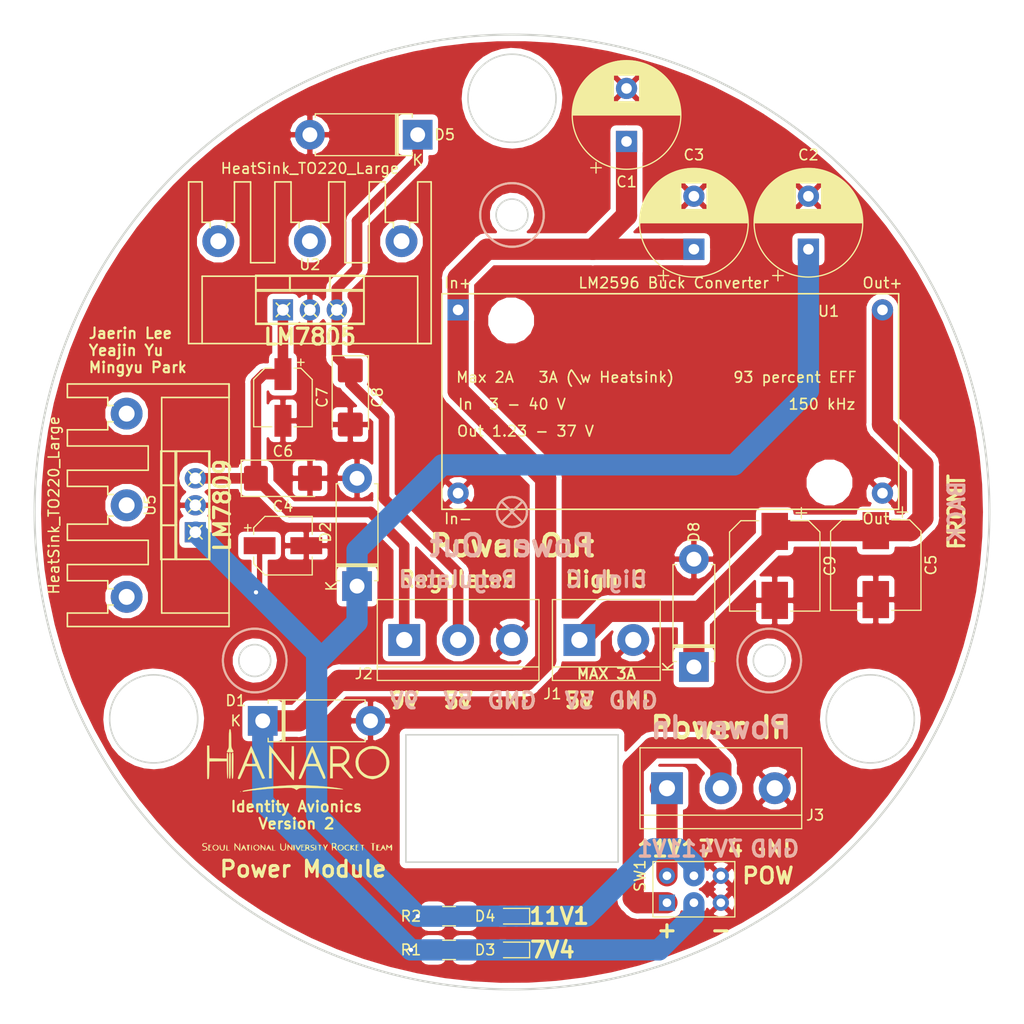
<source format=kicad_pcb>
(kicad_pcb (version 20171130) (host pcbnew "(5.0.0)")
  (layers (0 F.Cu signal) (31 B.Cu signal) (34 B.Paste user) (35 F.Paste user) (36 B.SilkS user) (37 F.SilkS user) (38 B.Mask user) (39 F.Mask user) (44 Edge.Cuts user))
  (net 0 "")
  (net 1 "Net-(C1-Pad1)")
  (net 2 GND)
  (net 3 "Net-(D3-Pad2)")
  (net 4 VDD)
  (net 5 VSS)
  (net 6 /V9out)
  (net 7 "Net-(C2-Pad1)")
  (net 8 /RASP_POW)
  (net 9 /ARD_POW)
  (net 10 "Net-(D4-Pad2)")
  (module Button_Switch_THT:SW_NKK_G1xJP (layer F.Cu) (at 14.605 36.83 90)
    (fp_text reference SW1 (at 2.54 -2.54 90) (layer F.SilkS))
    (fp_text value SW_DPDT_x2)
    (pad 1 thru_hole rect (at 0 0 90) (size 1.524 1.524) (drill 0.8128) (layers *.Cu *.Mask) (net 4 VDD))
    (pad 2 thru_hole circle (at 0 2.54 90) (size 1.524 1.524) (drill 0.8128) (layers *.Cu *.Mask) (net 1 "Net-(C1-Pad1)"))
    (pad 3 thru_hole circle (at 0 5.08 90) (size 1.524 1.524) (drill 0.8128) (layers *.Cu *.Mask) (net 2 GND))
    (pad 4 thru_hole circle (at 2.54 5.08 90) (size 1.524 1.524) (drill 0.8128) (layers *.Cu *.Mask) (net 2 GND))
    (pad 5 thru_hole circle (at 2.54 2.54 90) (size 1.524 1.524) (drill 0.8128) (layers *.Cu *.Mask) (net 7 "Net-(C2-Pad1)"))
    (pad 6 thru_hole circle (at 2.54 0 90) (size 1.524 1.524) (drill 0.8128) (layers *.Cu *.Mask) (net 5 VSS))
  )
  (module Hanaro:Heatsink.TO220.Large (layer F.Cu) (at -33.02 -0.635 90)
    (fp_text reference REF** hide)
    (fp_text value Heatsink.TO220.Large)
    (fp_text user HeatSink_TO220_Large (at 0 -10.16 90) (layer F.SilkS))
    (pad "" thru_hole circle (at 8.636 -3.302 90) (size 3 3) (drill 1.5) (layers *.Cu *.Mask))
    (pad "" thru_hole circle (at 0 -3.302 90) (size 3 3) (drill 1.5) (layers *.Cu *.Mask))
    (pad "" thru_hole circle (at -8.636 -3.302 90) (size 3 3) (drill 1.5) (layers *.Cu *.Mask))
  )
  (module Capacitor_THT:CP_Radial_D10.0mm_P5.00mm (layer F.Cu) (at 10.795 -34.925 90)
    (fp_text reference C1 (at -3.81 0 180) (layer F.SilkS))
    (fp_text value CP1)
    (pad 2 thru_hole circle (at 5 0 90) (size 2 2) (drill 1) (layers *.Cu *.Mask) (net 2 GND))
    (pad 1 thru_hole rect (at 0 0 90) (size 2 2) (drill 1) (layers *.Cu *.Mask) (net 1 "Net-(C1-Pad1)"))
  )
  (module Capacitor_THT:CP_Radial_D10.0mm_P5.00mm (layer F.Cu) (at 27.94 -24.765 90)
    (fp_text reference C2 (at 8.89 0 180) (layer F.SilkS))
    (fp_text value CP1)
    (pad 1 thru_hole rect (at 0 0 90) (size 2 2) (drill 1) (layers *.Cu *.Mask) (net 7 "Net-(C2-Pad1)"))
    (pad 2 thru_hole circle (at 5 0 90) (size 2 2) (drill 1) (layers *.Cu *.Mask) (net 2 GND))
  )
  (module Capacitor_THT:CP_Radial_D10.0mm_P5.00mm (layer F.Cu) (at 17.145 -24.765 90)
    (fp_text reference C3 (at 8.89 0 180) (layer F.SilkS))
    (fp_text value CP1)
    (pad 1 thru_hole rect (at 0 0 90) (size 2 2) (drill 1) (layers *.Cu *.Mask) (net 1 "Net-(C1-Pad1)"))
    (pad 2 thru_hole circle (at 5 0 90) (size 2 2) (drill 1) (layers *.Cu *.Mask) (net 2 GND))
  )
  (module Capacitor_SMD:CP_Elec_5x5.3 (layer F.Cu) (at -21.59 3.175)
    (fp_text reference C4 (at 0 -3.7) (layer F.SilkS))
    (fp_text value CP1)
    (pad 2 smd rect (at 2.2 0) (size 3 1.6) (layers F.Cu F.Paste F.Mask) (net 2 GND))
    (pad 1 smd rect (at -2.2 0) (size 3 1.6) (layers F.Cu F.Paste F.Mask) (net 7 "Net-(C2-Pad1)"))
  )
  (module Capacitor_SMD:CP_Elec_8x10 (layer F.Cu) (at 34.29 5.005 270)
    (fp_text reference C5 (at 0 -5.2 270) (layer F.SilkS))
    (fp_text value CP1)
    (pad 1 smd rect (at -3.25 0 270) (size 3.5 2.5) (layers F.Cu F.Paste F.Mask) (net 8 /RASP_POW))
    (pad 2 smd rect (at 3.25 0 270) (size 3.5 2.5) (layers F.Cu F.Paste F.Mask) (net 2 GND))
  )
  (module Capacitor_Tantalum_SMD:CP_EIA-6032-20_AVX-F_Pad2.25x2.35mm_HandSolder (layer F.Cu) (at -21.59 -3.175)
    (fp_text reference C6 (at 0 -2.55) (layer F.SilkS))
    (fp_text value CP1)
    (pad 2 smd roundrect (at 2.55 0) (size 2.25 2.35) (layers F.Cu F.Paste F.Mask) (roundrect_rratio 0.111111) (net 2 GND))
    (pad 1 smd roundrect (at -2.55 0) (size 2.25 2.35) (layers F.Cu F.Paste F.Mask) (roundrect_rratio 0.111111) (net 6 /V9out))
  )
  (module Capacitor_SMD:CP_Elec_5x5.3 (layer F.Cu) (at -21.59 -10.795 270)
    (fp_text reference C7 (at 0 -3.7 270) (layer F.SilkS))
    (fp_text value CP1)
    (pad 1 smd rect (at -2.2 0 270) (size 3 1.6) (layers F.Cu F.Paste F.Mask) (net 6 /V9out))
    (pad 2 smd rect (at 2.2 0 270) (size 3 1.6) (layers F.Cu F.Paste F.Mask) (net 2 GND))
  )
  (module Capacitor_Tantalum_SMD:CP_EIA-6032-20_AVX-F_Pad2.25x2.35mm_HandSolder (layer F.Cu) (at -15.24 -10.795 270)
    (fp_text reference C8 (at 0 -2.55 270) (layer F.SilkS))
    (fp_text value CP1)
    (pad 1 smd roundrect (at -2.55 0 270) (size 2.25 2.35) (layers F.Cu F.Paste F.Mask) (roundrect_rratio 0.111111) (net 9 /ARD_POW))
    (pad 2 smd roundrect (at 2.55 0 270) (size 2.25 2.35) (layers F.Cu F.Paste F.Mask) (roundrect_rratio 0.111111) (net 2 GND))
  )
  (module Capacitor_SMD:CP_Elec_8x10 (layer F.Cu) (at 24.765 5.08 270)
    (fp_text reference C9 (at 0 -5.2 270) (layer F.SilkS))
    (fp_text value CP1)
    (pad 2 smd rect (at 3.25 0 270) (size 3.5 2.5) (layers F.Cu F.Paste F.Mask) (net 2 GND))
    (pad 1 smd rect (at -3.25 0 270) (size 3.5 2.5) (layers F.Cu F.Paste F.Mask) (net 8 /RASP_POW))
  )
  (module Diode_THT:D_5W_P10.16mm_Horizontal (layer F.Cu) (at -23.495 19.685)
    (fp_text reference D1 (at -2.54 -1.905) (layer F.SilkS))
    (fp_text value D)
    (fp_text user K (at -2.54 0) (layer F.SilkS))
    (pad 1 thru_hole rect (at 0 0) (size 2.8 2.8) (drill 1.4) (layers *.Cu *.Mask) (net 1 "Net-(C1-Pad1)"))
    (pad 2 thru_hole oval (at 10.16 0) (size 2.8 2.8) (drill 1.4) (layers *.Cu *.Mask) (net 2 GND))
  )
  (module Diode_THT:D_5W_P10.16mm_Horizontal (layer F.Cu) (at -14.605 6.985 90)
    (fp_text reference D2 (at 5.08 -2.97 90) (layer F.SilkS))
    (fp_text value D)
    (fp_text user K (at 0 -2.4 90) (layer F.SilkS))
    (pad 2 thru_hole oval (at 10.16 0 90) (size 2.8 2.8) (drill 1.4) (layers *.Cu *.Mask) (net 2 GND))
    (pad 1 thru_hole rect (at 0 0 90) (size 2.8 2.8) (drill 1.4) (layers *.Cu *.Mask) (net 7 "Net-(C2-Pad1)"))
  )
  (module LED_SMD:LED_0603_1608Metric_Pad1.05x0.95mm_HandSolder (layer F.Cu) (at 0 41.275 180)
    (fp_text reference D3 (at 2.54 0 180) (layer F.SilkS))
    (fp_text value LED)
    (pad 2 smd roundrect (at 0.875 0 180) (size 1.05 0.95) (layers F.Cu F.Paste F.Mask) (net 3 "Net-(D3-Pad2)"))
    (pad 1 smd roundrect (at -0.875 0 180) (size 1.05 0.95) (layers F.Cu F.Paste F.Mask) (net 2 GND))
  )
  (module LED_SMD:LED_0603_1608Metric_Pad1.05x0.95mm_HandSolder (layer F.Cu) (at 0 38.1 180)
    (fp_text reference D4 (at 2.54 0 180) (layer F.SilkS))
    (fp_text value LED)
    (pad 1 smd roundrect (at -0.875 0 180) (size 1.05 0.95) (layers F.Cu F.Paste F.Mask) (net 2 GND))
    (pad 2 smd roundrect (at 0.875 0 180) (size 1.05 0.95) (layers F.Cu F.Paste F.Mask) (net 10 "Net-(D4-Pad2)"))
  )
  (module Diode_THT:D_5W_P10.16mm_Horizontal (layer F.Cu) (at -8.89 -35.56 180)
    (fp_text reference D5 (at -2.54 0 180) (layer F.SilkS))
    (fp_text value D)
    (fp_text user K (at 0 -2.4 180) (layer F.SilkS))
    (pad 2 thru_hole oval (at 10.16 0 180) (size 2.8 2.8) (drill 1.4) (layers *.Cu *.Mask) (net 2 GND))
    (pad 1 thru_hole rect (at 0 0 180) (size 2.8 2.8) (drill 1.4) (layers *.Cu *.Mask) (net 9 /ARD_POW))
  )
  (module Diode_THT:D_5W_P10.16mm_Horizontal (layer F.Cu) (at 17.145 14.605 90)
    (fp_text reference D8 (at 12.7 0 90) (layer F.SilkS))
    (fp_text value D)
    (fp_text user K (at 0 -2.4 90) (layer F.SilkS))
    (pad 1 thru_hole rect (at 0 0 90) (size 2.8 2.8) (drill 1.4) (layers *.Cu *.Mask) (net 8 /RASP_POW))
    (pad 2 thru_hole oval (at 10.16 0 90) (size 2.8 2.8) (drill 1.4) (layers *.Cu *.Mask) (net 2 GND))
  )
  (module TerminalBlock:TerminalBlock_bornier-2_P5.08mm (layer F.Cu) (at 6.35 12.065)
    (fp_text reference J1 (at -2.54 5.08) (layer F.SilkS))
    (fp_text value Conn_01x02)
    (pad 1 thru_hole rect (at 0 0) (size 3 3) (drill 1.52) (layers *.Cu *.Mask) (net 8 /RASP_POW))
    (pad 2 thru_hole circle (at 5.08 0) (size 3 3) (drill 1.52) (layers *.Cu *.Mask) (net 2 GND))
  )
  (module TerminalBlock:TerminalBlock_bornier-3_P5.08mm (layer F.Cu) (at -10.16 12.065)
    (fp_text reference J2 (at -3.81 3.175) (layer F.SilkS))
    (fp_text value Conn_01x03)
    (pad 1 thru_hole rect (at 0 0) (size 3 3) (drill 1.52) (layers *.Cu *.Mask) (net 6 /V9out))
    (pad 2 thru_hole circle (at 5.08 0) (size 3 3) (drill 1.52) (layers *.Cu *.Mask) (net 9 /ARD_POW))
    (pad 3 thru_hole circle (at 10.16 0) (size 3 3) (drill 1.52) (layers *.Cu *.Mask) (net 2 GND))
  )
  (module Resistor_SMD:R_1206_3216Metric_Pad1.42x1.75mm_HandSolder (layer F.Cu) (at -5.9325 41.275)
    (fp_text reference R1 (at -3.5925 0) (layer F.SilkS))
    (fp_text value R)
    (pad 2 smd roundrect (at 1.4875 0) (size 1.425 1.75) (layers F.Cu F.Paste F.Mask) (roundrect_rratio 0.175439) (net 3 "Net-(D3-Pad2)"))
    (pad 1 smd roundrect (at -1.4875 0) (size 1.425 1.75) (layers F.Cu F.Paste F.Mask) (roundrect_rratio 0.175439) (net 1 "Net-(C1-Pad1)"))
  )
  (module Resistor_SMD:R_1206_3216Metric_Pad1.42x1.75mm_HandSolder (layer F.Cu) (at -5.9325 38.1 180)
    (fp_text reference R2 (at 3.5925 0 180) (layer F.SilkS))
    (fp_text value R)
    (pad 1 smd roundrect (at -1.4875 0 180) (size 1.425 1.75) (layers F.Cu F.Paste F.Mask) (roundrect_rratio 0.175439) (net 10 "Net-(D4-Pad2)"))
    (pad 2 smd roundrect (at 1.4875 0 180) (size 1.425 1.75) (layers F.Cu F.Paste F.Mask) (roundrect_rratio 0.175439) (net 7 "Net-(C2-Pad1)"))
  )
  (module Hanaro:Buck_Converter_LM2596_3A (layer F.Cu) (at -5.08 -19.05)
    (fp_text reference U1 (at 34.925 0.127) (layer F.SilkS))
    (fp_text value BuckConv)
    (fp_text user In+ (at 0 -2.54) (layer F.SilkS))
    (fp_text user In- (at 0 19.685) (layer F.SilkS))
    (fp_text user Out+ (at 40.005 -2.54) (layer F.SilkS))
    (fp_text user Out- (at 40.005 19.685) (layer F.SilkS))
    (fp_text user "LM2596 Buck Converter" (at 20.32 -2.54) (layer F.SilkS))
    (fp_text user "Max 2A" (at 2.54 6.35) (layer F.SilkS))
    (fp_text user "3A (\\w Heatsink)" (at 13.97 6.35) (layer F.SilkS))
    (fp_text user "In  3 - 40 V" (at 5.08 8.89) (layer F.SilkS))
    (fp_text user "Out 1.23 - 37 V" (at 6.35 11.43) (layer F.SilkS))
    (fp_text user "93 percent EFF" (at 31.75 6.35) (layer F.SilkS))
    (fp_text user "150 kHz" (at 34.29 8.89) (layer F.SilkS))
    (pad 1 thru_hole rect (at 0 0) (size 2 2) (drill 1) (layers *.Cu *.Mask) (net 1 "Net-(C1-Pad1)"))
    (pad 2 thru_hole circle (at 0 17.272) (size 2 2) (drill 1) (layers *.Cu *.Mask) (net 2 GND))
    (pad 3 thru_hole circle (at 40 17.272) (size 2 2) (drill 1) (layers *.Cu *.Mask) (net 2 GND))
    (pad 4 thru_hole circle (at 40 0) (size 2 2) (drill 1) (layers *.Cu *.Mask) (net 8 /RASP_POW))
    (pad "" np_thru_hole circle (at 5 1) (size 3.3 3.3) (drill 3.3) (layers *.Cu *.Mask))
    (pad "" np_thru_hole circle (at 35.005 16.272) (size 3.3 3.3) (drill 3.3) (layers *.Cu *.Mask))
  )
  (module Package_TO_SOT_THT:TO-220-3_Vertical (layer F.Cu) (at -21.59 -19.05)
    (fp_text reference U2 (at 2.54 -4.27) (layer F.SilkS))
    (fp_text value L7805)
    (pad 1 thru_hole rect (at 0 0) (size 1.905 2) (drill 1.1) (layers *.Cu *.Mask) (net 6 /V9out))
    (pad 2 thru_hole oval (at 2.54 0) (size 1.905 2) (drill 1.1) (layers *.Cu *.Mask) (net 2 GND))
    (pad 3 thru_hole oval (at 5.08 0) (size 1.905 2) (drill 1.1) (layers *.Cu *.Mask) (net 9 /ARD_POW))
  )
  (module Package_TO_SOT_THT:TO-220-3_Vertical (layer F.Cu) (at -29.845 1.905 90)
    (fp_text reference U5 (at 2.54 -4.27 90) (layer F.SilkS))
    (fp_text value L7809)
    (pad 3 thru_hole oval (at 5.08 0 90) (size 1.905 2) (drill 1.1) (layers *.Cu *.Mask) (net 6 /V9out))
    (pad 2 thru_hole oval (at 2.54 0 90) (size 1.905 2) (drill 1.1) (layers *.Cu *.Mask) (net 2 GND))
    (pad 1 thru_hole rect (at 0 0 90) (size 1.905 2) (drill 1.1) (layers *.Cu *.Mask) (net 7 "Net-(C2-Pad1)"))
  )
  (module TerminalBlock:TerminalBlock_bornier-3_P5.08mm (layer F.Cu) (at 14.605 26.035)
    (fp_text reference J3 (at 13.97 2.54) (layer F.SilkS))
    (fp_text value Conn_01x03)
    (pad 1 thru_hole rect (at 0 0) (size 3 3) (drill 1.52) (layers *.Cu *.Mask) (net 5 VSS))
    (pad 2 thru_hole circle (at 5.08 0) (size 3 3) (drill 1.52) (layers *.Cu *.Mask) (net 4 VDD))
    (pad 3 thru_hole circle (at 10.16 0) (size 3 3) (drill 1.52) (layers *.Cu *.Mask) (net 2 GND))
  )
  (module Hanaro:Logo.Small (layer F.Cu) (at -20.32 23.495)
    (fp_text reference G*** hide)
    (fp_text value LOGO hide)
  )
  (module Hanaro:Heatsink.TO220.Large (layer F.Cu) (at -19.05 -22.225)
    (fp_text reference REF** hide)
    (fp_text value Heatsink.TO220.Large)
    (fp_text user HeatSink_TO220_Large (at 0 -10.16) (layer F.SilkS))
    (pad "" thru_hole circle (at -8.636 -3.302) (size 3 3) (drill 1.5) (layers *.Cu *.Mask))
    (pad "" thru_hole circle (at 0 -3.302) (size 3 3) (drill 1.5) (layers *.Cu *.Mask))
    (pad "" thru_hole circle (at 8.636 -3.302) (size 3 3) (drill 1.5) (layers *.Cu *.Mask))
  )
  (gr_text "MAX 3A" (at 8.89 15.24) (layer F.SilkS) (effects (font (size 1 1) (thickness 0.2))))
  (gr_circle (center 33.77499 19.499999) (end 33.77499 23.649999) (layer Edge.Cuts) (width 0.15))
  (gr_circle (center 0 -39) (end 0 -34.85) (layer Edge.Cuts) (width 0.15))
  (gr_circle (center 0 -28) (end 0 -31) (layer B.SilkS) (width 0.2))
  (gr_circle (center -24.248711 13.999999) (end -24.248711 10.999999) (layer B.SilkS) (width 0.2))
  (gr_circle (center 24.248711 13.999999) (end 24.248711 10.999999) (layer B.SilkS) (width 0.2))
  (gr_circle (center 24.248711 13.999999) (end 24.248711 16.999999) (layer F.SilkS) (width 0.2))
  (gr_circle (center -24.248711 13.999999) (end -24.248711 16.999999) (layer F.SilkS) (width 0.2))
  (gr_circle (center 0 -28) (end 0 -25) (layer F.SilkS) (width 0.2))
  (gr_line (start -1 1) (end 1 -1) (layer B.SilkS) (width 0.2))
  (gr_line (start 1 -1) (end -1 1) (layer F.SilkS) (width 0.2))
  (gr_text "BACK\n" (at 41.91 0 90) (layer B.SilkS) (effects (font (size 1.5 1.5) (thickness 0.3)) (justify mirror)))
  (gr_text FRONT (at 41.91 0 90) (layer F.SilkS) (effects (font (size 1.5 1.5) (thickness 0.3))))
  (gr_text "Power Module" (at -19.685 33.655) (layer F.SilkS) (effects (font (size 1.5 1.5) (thickness 0.3))))
  (gr_text "Jaerin Lee\nYeajin Yu\nMingyu Park" (at -40.005 -15.24) (layer F.SilkS) (effects (font (size 1 1) (thickness 0.2)) (justify left)))
  (gr_text LM7809 (at -27.305 -0.635 90) (layer F.SilkS) (effects (font (size 1.5 1.5) (thickness 0.3))))
  (gr_text LM7805 (at -19.05 -16.51) (layer F.SilkS) (effects (font (size 1.5 1.5) (thickness 0.3))))
  (gr_text "Identity Avionics\nVersion 2" (at -20.32 28.575) (layer F.SilkS) (effects (font (size 1 1) (thickness 0.2))))
  (gr_text 7V4 (at 3.81 41.275) (layer F.SilkS) (effects (font (size 1.5 1.5) (thickness 0.3))))
  (gr_text 11V1 (at 4.445 38.1) (layer F.SilkS) (effects (font (size 1.5 1.5) (thickness 0.3))))
  (gr_text POW (at 24.13 34.29) (layer F.SilkS) (effects (font (size 1.5 1.5) (thickness 0.3))))
  (gr_text - (at 19.685 39.37) (layer F.SilkS) (effects (font (size 1.5 1.5) (thickness 0.3))))
  (gr_text + (at 14.605 39.37) (layer F.SilkS) (effects (font (size 1.5 1.5) (thickness 0.3))))
  (gr_text GND (at 24.765 31.75) (layer B.SilkS) (effects (font (size 1.5 1.5) (thickness 0.3)) (justify mirror)))
  (gr_text 7V4 (at 19.685 31.75) (layer B.SilkS) (effects (font (size 1.5 1.5) (thickness 0.3)) (justify mirror)))
  (gr_text 11V1 (at 14.605 31.75) (layer B.SilkS) (effects (font (size 1.5 1.5) (thickness 0.3)) (justify mirror)))
  (gr_text GND (at 11.43 17.78) (layer B.SilkS) (effects (font (size 1.5 1.5) (thickness 0.3)) (justify mirror)))
  (gr_text 5V (at 6.35 17.78) (layer B.SilkS) (effects (font (size 1.5 1.5) (thickness 0.3)) (justify mirror)))
  (gr_text GND (at 0 17.78) (layer B.SilkS) (effects (font (size 1.5 1.5) (thickness 0.3)) (justify mirror)))
  (gr_text 5V (at -5.08 17.78) (layer B.SilkS) (effects (font (size 1.5 1.5) (thickness 0.3)) (justify mirror)))
  (gr_text 9V (at -10.16 17.78) (layer B.SilkS) (effects (font (size 1.5 1.5) (thickness 0.3)) (justify mirror)))
  (gr_text "Power In" (at 19.685 20.32) (layer B.SilkS) (effects (font (size 2 2) (thickness 0.4)) (justify mirror)))
  (gr_text "High C" (at 8.89 6.35) (layer B.SilkS) (effects (font (size 1.5 1.5) (thickness 0.3)) (justify mirror)))
  (gr_text Regulated (at -5.08 6.35) (layer B.SilkS) (effects (font (size 1.5 1.5) (thickness 0.3)) (justify mirror)))
  (gr_text "Power Out" (at 0 3.175) (layer B.SilkS) (effects (font (size 2 2) (thickness 0.4)) (justify mirror)))
  (gr_text 5V (at -5.08 17.78) (layer F.SilkS) (effects (font (size 1.5 1.5) (thickness 0.3))))
  (gr_text 9V (at -10.16 17.78) (layer F.SilkS) (effects (font (size 1.5 1.5) (thickness 0.3))))
  (gr_text 5V (at 6.35 17.78) (layer F.SilkS) (effects (font (size 1.5 1.5) (thickness 0.3))))
  (gr_text GND (at 0 17.78) (layer F.SilkS) (effects (font (size 1.5 1.5) (thickness 0.3))))
  (gr_text GND (at 11.43 17.78) (layer F.SilkS) (effects (font (size 1.5 1.5) (thickness 0.3))))
  (gr_text GND (at 24.765 31.75) (layer F.SilkS) (effects (font (size 1.5 1.5) (thickness 0.3))))
  (gr_text 7V4 (at 19.685 31.75) (layer F.SilkS) (effects (font (size 1.5 1.5) (thickness 0.3))))
  (gr_text 11V1 (at 14.605 31.75) (layer F.SilkS) (effects (font (size 1.5 1.5) (thickness 0.3))))
  (gr_text "High C" (at 8.89 6.35) (layer F.SilkS) (effects (font (size 1.5 1.5) (thickness 0.3))))
  (gr_text Regulated (at -5.08 6.35) (layer F.SilkS) (effects (font (size 1.5 1.5) (thickness 0.3))))
  (gr_text "Power Out" (at 0 3.175) (layer F.SilkS) (effects (font (size 2 2) (thickness 0.4))))
  (gr_text "Power In" (at 19.685 20.32) (layer F.SilkS) (effects (font (size 2 2) (thickness 0.4))))
  (gr_circle (center 0 0) (end 1 -1) (layer B.SilkS) (width 0.2))
  (gr_line (start 1 1) (end -1 -1) (layer B.SilkS) (width 0.2))
  (gr_circle (center 0 0) (end 1 1) (layer F.SilkS) (width 0.2))
  (gr_line (start -1 -1) (end 1 1) (layer F.SilkS) (width 0.2))
  (gr_circle (center 0 0) (end 1 1) (layer F.SilkS) (width 0.2))
  (gr_line (start 10 21) (end 0 21) (layer Edge.Cuts) (width 0.15))
  (gr_line (start 10 33) (end 10 21) (layer Edge.Cuts) (width 0.15))
  (gr_line (start -10 33) (end 10 33) (layer Edge.Cuts) (width 0.15))
  (gr_line (start -10 21) (end -10 33) (layer Edge.Cuts) (width 0.15))
  (gr_line (start 0 21) (end -10 21) (layer Edge.Cuts) (width 0.15))
  (gr_circle (center 24.248711 13.999999) (end 24.248711 15.499999) (layer Edge.Cuts) (width 0.15))
  (gr_circle (center -24.248711 13.999999) (end -24.248711 15.499999) (layer Edge.Cuts) (width 0.15))
  (gr_circle (center -33.77499 19.499999) (end -33.77499 23.649999) (layer Edge.Cuts) (width 0.15))
  (gr_circle (center 0 -28) (end 0 -26.5) (layer Edge.Cuts) (width 0.15))
  (gr_circle (center 0 0) (end 0 45) (layer Edge.Cuts) (width 0.2))
  (segment (start -23.495 27.305) (end -23.495 19.685) (width 2) (layer B.Cu) (net 1))
  (segment (start -9.525 41.275) (end -23.495 27.305) (width 2) (layer B.Cu) (net 1))
  (segment (start -20.095 19.685) (end -16.285 15.875) (width 2) (layer F.Cu) (net 1))
  (segment (start -23.495 19.685) (end -20.095 19.685) (width 2) (layer F.Cu) (net 1))
  (segment (start -16.285 15.875) (end 1.27 15.875) (width 2) (layer F.Cu) (net 1))
  (segment (start 1.27 15.875) (end 3.175 13.97) (width 2) (layer F.Cu) (net 1))
  (segment (start 3.175 13.97) (end 3.175 -3.175) (width 2) (layer F.Cu) (net 1))
  (segment (start -5.08 -11.43) (end -5.08 -19.05) (width 2) (layer F.Cu) (net 1))
  (segment (start 3.175 -3.175) (end -5.08 -11.43) (width 2) (layer F.Cu) (net 1))
  (segment (start 14.145 -24.765) (end 17.145 -24.765) (width 2) (layer F.Cu) (net 1))
  (segment (start -5.08 -22.05) (end -2.365 -24.765) (width 2) (layer F.Cu) (net 1))
  (segment (start -5.08 -19.05) (end -5.08 -22.05) (width 2) (layer F.Cu) (net 1))
  (segment (start 10.795 -27.94) (end 7.62 -24.765) (width 2) (layer F.Cu) (net 1))
  (segment (start 10.795 -34.925) (end 10.795 -27.94) (width 2) (layer F.Cu) (net 1))
  (segment (start -2.365 -24.765) (end 7.62 -24.765) (width 2) (layer F.Cu) (net 1))
  (segment (start 7.62 -24.765) (end 14.145 -24.765) (width 2) (layer F.Cu) (net 1))
  (segment (start -7.42 41.275) (end -8.89 41.275) (width 0.25) (layer F.Cu) (net 1))
  (via (at -9.525 41.275) (size 0.6) (drill 0.4) (layers F.Cu B.Cu) (net 1))
  (segment (start -8.89 41.275) (end -9.525 41.275) (width 0.25) (layer F.Cu) (net 1))
  (segment (start 17.145 37.90763) (end 17.145 36.83) (width 2) (layer B.Cu) (net 1))
  (segment (start 17.145 37.974002) (end 17.145 37.90763) (width 2) (layer B.Cu) (net 1))
  (segment (start 13.844002 41.275) (end 17.145 37.974002) (width 2) (layer B.Cu) (net 1))
  (segment (start -9.525 41.275) (end 13.844002 41.275) (width 2) (layer B.Cu) (net 1))
  (segment (start -0.875 41.275) (end -4.445 41.275) (width 0.25) (layer F.Cu) (net 3))
  (segment (start 19.685 23.91368) (end 17.99632 22.225) (width 2) (layer F.Cu) (net 4))
  (segment (start 19.685 26.035) (end 19.685 23.91368) (width 2) (layer F.Cu) (net 4))
  (segment (start 13.254998 22.225) (end 11.43 24.049998) (width 2) (layer F.Cu) (net 4))
  (segment (start 17.99632 22.225) (end 13.254998 22.225) (width 2) (layer F.Cu) (net 4))
  (segment (start 11.843 36.83) (end 14.605 36.83) (width 2) (layer F.Cu) (net 4))
  (segment (start 11.43 36.417) (end 11.843 36.83) (width 2) (layer F.Cu) (net 4))
  (segment (start 11.43 24.049998) (end 11.43 36.417) (width 2) (layer F.Cu) (net 4))
  (segment (start 14.605 26.035) (end 13.97 26.035) (width 2) (layer F.Cu) (net 5))
  (segment (start 14.605 26.035) (end 14.605 34.29) (width 2) (layer F.Cu) (net 5))
  (segment (start -29.845 -3.175) (end -24.14 -3.175) (width 1) (layer F.Cu) (net 6))
  (segment (start -23.39 -12.995) (end -21.59 -12.995) (width 1) (layer F.Cu) (net 6))
  (segment (start -24.14 -12.245) (end -23.39 -12.995) (width 1) (layer F.Cu) (net 6))
  (segment (start -24.14 -3.175) (end -24.14 -12.245) (width 1) (layer F.Cu) (net 6))
  (segment (start -24.14 -3.175) (end -20.965 0) (width 1) (layer F.Cu) (net 6))
  (segment (start -20.965 0) (end -13.335 0) (width 1) (layer F.Cu) (net 6))
  (segment (start -10.16 3.175) (end -10.16 12.065) (width 1) (layer F.Cu) (net 6))
  (segment (start -13.335 0) (end -10.16 3.175) (width 1) (layer F.Cu) (net 6))
  (segment (start -21.59 -12.995) (end -21.59 -19.05) (width 1) (layer F.Cu) (net 6))
  (segment (start -14.605 10.385) (end -14.605 6.985) (width 2) (layer B.Cu) (net 7))
  (segment (start -18.415 14.195) (end -14.605 10.385) (width 2) (layer B.Cu) (net 7))
  (segment (start -18.415 28.575) (end -18.415 14.195) (width 2) (layer B.Cu) (net 7))
  (segment (start -8.89 38.1) (end -18.415 28.575) (width 2) (layer B.Cu) (net 7))
  (segment (start -29.7975 1.905) (end -29.845 1.905) (width 2) (layer B.Cu) (net 7))
  (segment (start -18.415 14.195) (end -18.415 13.2875) (width 2) (layer B.Cu) (net 7))
  (segment (start -23.79 3.175) (end -23.79 7.28) (width 0.5) (layer F.Cu) (net 7))
  (via (at -24.13 7.5725) (size 0.6) (drill 0.4) (layers F.Cu B.Cu) (net 7))
  (segment (start -24.0825 7.5725) (end -24.13 7.5725) (width 0.5) (layer F.Cu) (net 7))
  (segment (start -23.79 7.28) (end -24.0825 7.5725) (width 0.5) (layer F.Cu) (net 7))
  (segment (start -18.415 13.2875) (end -24.13 7.5725) (width 2) (layer B.Cu) (net 7))
  (segment (start -24.13 7.5725) (end -29.7975 1.905) (width 2) (layer B.Cu) (net 7))
  (segment (start -14.605 3.585) (end -6.575 -4.445) (width 2) (layer B.Cu) (net 7))
  (segment (start -14.605 6.985) (end -14.605 3.585) (width 2) (layer B.Cu) (net 7))
  (segment (start -6.575 -4.445) (end 20.955 -4.445) (width 2) (layer B.Cu) (net 7))
  (segment (start 27.94 -11.43) (end 27.94 -24.765) (width 2) (layer B.Cu) (net 7))
  (segment (start 20.955 -4.445) (end 27.94 -11.43) (width 2) (layer B.Cu) (net 7))
  (segment (start -7.42 38.1) (end -8.89 38.1) (width 0.25) (layer F.Cu) (net 7))
  (via (at -8.89 38.1) (size 0.6) (drill 0.4) (layers F.Cu B.Cu) (net 7))
  (segment (start 17.145 33.21237) (end 17.145 34.29) (width 2) (layer B.Cu) (net 7))
  (segment (start 15.68263 31.75) (end 17.145 33.21237) (width 2) (layer B.Cu) (net 7))
  (segment (start 13.335 31.75) (end 15.68263 31.75) (width 2) (layer B.Cu) (net 7))
  (segment (start 6.985 38.1) (end 13.335 31.75) (width 2) (layer B.Cu) (net 7))
  (segment (start -8.89 38.1) (end 6.985 38.1) (width 2) (layer B.Cu) (net 7))
  (segment (start 34.92 -19.05) (end 34.92 -8.26) (width 2) (layer F.Cu) (net 8))
  (segment (start 34.92 -8.26) (end 38.735 -4.445) (width 2) (layer F.Cu) (net 8))
  (segment (start 37.54 1.755) (end 34.29 1.755) (width 2) (layer F.Cu) (net 8))
  (segment (start 38.735 0.56) (end 37.54 1.755) (width 2) (layer F.Cu) (net 8))
  (segment (start 38.735 -4.445) (end 38.735 0.56) (width 2) (layer F.Cu) (net 8))
  (segment (start 24.84 1.755) (end 24.765 1.83) (width 2) (layer F.Cu) (net 8))
  (segment (start 34.29 1.755) (end 24.84 1.755) (width 2) (layer F.Cu) (net 8))
  (segment (start 9.050001 9.364999) (end 6.35 12.065) (width 2) (layer F.Cu) (net 8))
  (segment (start 17.730001 9.364999) (end 9.050001 9.364999) (width 2) (layer F.Cu) (net 8))
  (segment (start 24.765 2.33) (end 17.730001 9.364999) (width 2) (layer F.Cu) (net 8))
  (segment (start 24.765 1.83) (end 24.765 2.33) (width 2) (layer F.Cu) (net 8))
  (segment (start 17.145 9.95) (end 17.145 14.605) (width 2) (layer F.Cu) (net 8))
  (segment (start 17.730001 9.364999) (end 17.145 9.95) (width 2) (layer F.Cu) (net 8))
  (segment (start -16.51 -14.615) (end -15.24 -13.345) (width 1) (layer F.Cu) (net 9))
  (segment (start -16.51 -19.05) (end -16.51 -14.615) (width 1) (layer F.Cu) (net 9))
  (segment (start -16.51 -21.05) (end -14.605 -22.955) (width 1) (layer F.Cu) (net 9))
  (segment (start -16.51 -19.05) (end -16.51 -21.05) (width 1) (layer F.Cu) (net 9))
  (segment (start -8.89 -33.16) (end -8.89 -35.56) (width 1) (layer F.Cu) (net 9))
  (segment (start -14.605 -27.445) (end -8.89 -33.16) (width 1) (layer F.Cu) (net 9))
  (segment (start -14.605 -22.955) (end -14.605 -27.445) (width 1) (layer F.Cu) (net 9))
  (segment (start -15.24 -12.12) (end -12.065 -8.945) (width 1) (layer F.Cu) (net 9))
  (segment (start -15.24 -13.345) (end -15.24 -12.12) (width 1) (layer F.Cu) (net 9))
  (segment (start -12.065 -8.945) (end -12.065 -1.27) (width 1) (layer F.Cu) (net 9))
  (segment (start -5.08 5.715) (end -5.08 12.065) (width 1) (layer F.Cu) (net 9))
  (segment (start -12.065 -1.27) (end -5.08 5.715) (width 1) (layer F.Cu) (net 9))
  (segment (start -4.445 38.1) (end -0.875 38.1) (width 0.25) (layer F.Cu) (net 10))
  (zone (net 2) (net_name GND) (layer F.Cu) (connect_pads (clearance 0.508)) (min_thickness 0.254) (fill yes (arc_segments 16) (thermal_gap 0.508) (thermal_bridge_width 0.508))
    (polygon (pts (xy 0 48.26) (xy 22.86 43.18) (xy 40.64 27.94) (xy 48.26 6.35) (xy 45.72 -16.51) (xy 33.02 -34.29) (xy 10.16 -45.72) (xy 0 -48.26) (xy -24.13 -41.91) (xy -39.37 -26.67) (xy -48.26 -5.08) (xy -45.72 16.51) (xy -33.02 38.1) (xy -13.97 45.72)))
  )
)
</source>
